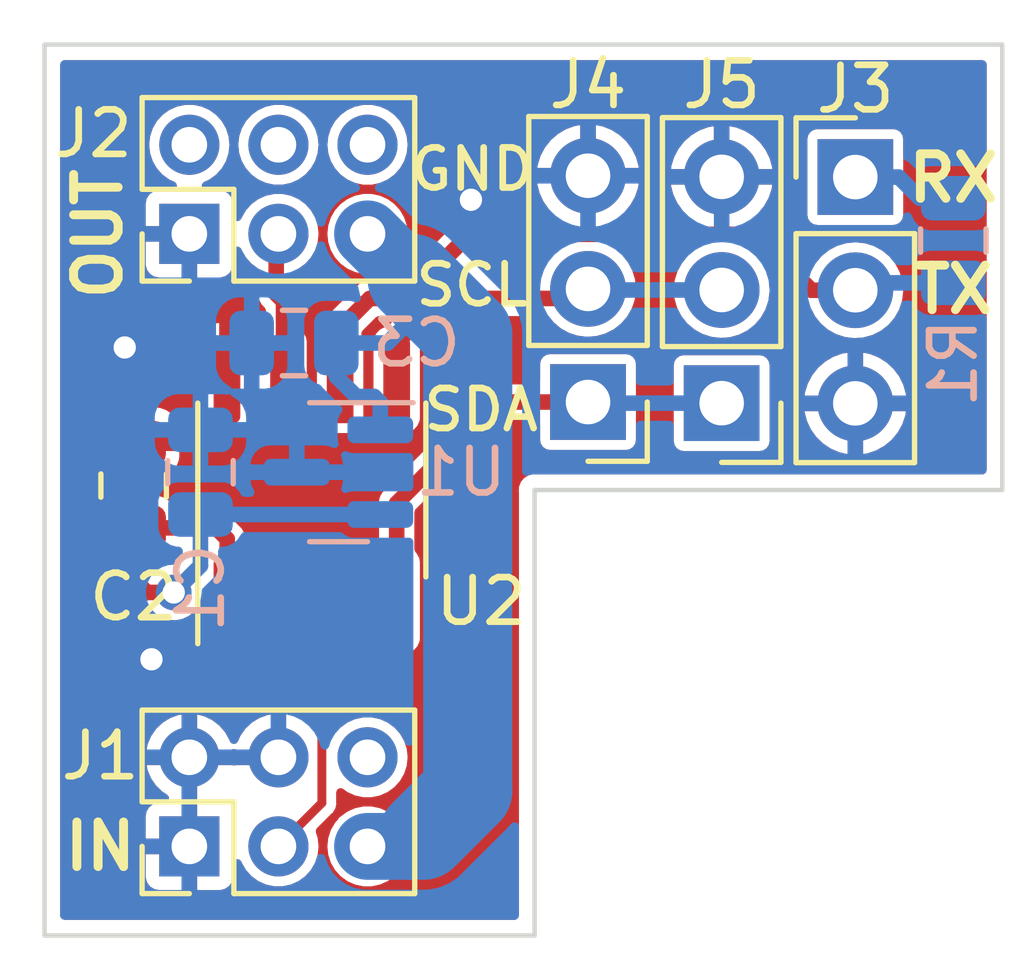
<source format=kicad_pcb>
(kicad_pcb (version 20210126) (generator pcbnew)
  (layers (0 "F.Cu" signal) (31 "B.Cu" signal) (36 "B.SilkS" user "B.Silkscreen") (37 "F.SilkS" user "F.Silkscreen") (38 "B.Mask" user) (39 "F.Mask" user) (44 "Edge.Cuts" user))
  (net 0 "")
  (net 1 "GND")
  (net 2 "Net-(C1-Pad1)")
  (net 3 "/PWM_IN")
  (net 5 "+12V")
  (net 8 "/PWM_OUT")
  (net 10 "Net-(J3-Pad2)")
  (net 11 "Net-(J3-Pad1)")
  (net 12 "/SCL")
  (net 13 "/SDA")
  (footprint "Connector_PinHeader_2.54mm:PinHeader_1x03_P2.54mm_Vertical" (layer "F.Cu") (at 138.2 92.975)
    (fp_text reference "J3" (at 0 -1.975) (layer "F.SilkS"))
    (fp_text value "Program Pins" hide)
    (fp_line (start 1.33 1.27) (end 1.33 6.41) (layer "F.SilkS") (width 0.12))
    (fp_line (start -1.33 1.27) (end -1.33 6.41) (layer "F.SilkS") (width 0.12))
    (fp_line (start -1.33 -1.33) (end 0 -1.33) (layer "F.SilkS") (width 0.12))
    (fp_line (start -1.33 1.27) (end 1.33 1.27) (layer "F.SilkS") (width 0.12))
    (fp_line (start -1.33 6.41) (end 1.33 6.41) (layer "F.SilkS") (width 0.12))
    (fp_line (start -1.33 0) (end -1.33 -1.33) (layer "F.SilkS") (width 0.12))
    (pad "1" thru_hole rect (at 0 0) (size 1.7 1.7) (drill 1) (layers *.Cu *.Mask) (net 11 "Net-(J3-Pad1)"))
    (pad "2" thru_hole oval (at 0 2.54) (size 1.7 1.7) (drill 1) (layers *.Cu *.Mask) (net 10 "Net-(J3-Pad2)"))
    (pad "3" thru_hole oval (at 0 5.08) (size 1.7 1.7) (drill 1) (layers *.Cu *.Mask) (net 1 "GND"))
  )
  (footprint "Connector_PinHeader_2.54mm:PinHeader_1x03_P2.54mm_Vertical" (layer "F.Cu") (at 135.2 98.05 180)
    (fp_text reference "J5" (at 0 7.15) (layer "F.SilkS"))
    (fp_text value "I2C" hide)
    (fp_line (start 1.33 1.27) (end 1.33 6.41) (layer "F.SilkS") (width 0.12))
    (fp_line (start -1.33 1.27) (end 1.33 1.27) (layer "F.SilkS") (width 0.12))
    (fp_line (start -1.33 1.27) (end -1.33 6.41) (layer "F.SilkS") (width 0.12))
    (fp_line (start -1.33 0) (end -1.33 -1.33) (layer "F.SilkS") (width 0.12))
    (fp_line (start -1.33 6.41) (end 1.33 6.41) (layer "F.SilkS") (width 0.12))
    (fp_line (start -1.33 -1.33) (end 0 -1.33) (layer "F.SilkS") (width 0.12))
    (pad "1" thru_hole rect (at 0 0 180) (size 1.7 1.7) (drill 1) (layers *.Cu *.Mask) (net 13 "/SDA"))
    (pad "2" thru_hole oval (at 0 2.54 180) (size 1.7 1.7) (drill 1) (layers *.Cu *.Mask) (net 12 "/SCL"))
    (pad "3" thru_hole oval (at 0 5.08 180) (size 1.7 1.7) (drill 1) (layers *.Cu *.Mask) (net 1 "GND"))
  )
  (footprint "Connector_PinHeader_2.00mm:PinHeader_2x03_P2.00mm_Vertical" (layer "F.Cu") (at 123.25 94.25 90)
    (fp_text reference "J2" (at 2.25 -2.15 180) (layer "F.SilkS"))
    (fp_text value "Out" hide)
    (fp_line (start 3.06 -1.06) (end 3.06 5.06) (layer "F.SilkS") (width 0.12))
    (fp_line (start 1 1) (end 1 -1.06) (layer "F.SilkS") (width 0.12))
    (fp_line (start 1 -1.06) (end 3.06 -1.06) (layer "F.SilkS") (width 0.12))
    (fp_line (start -1.06 1) (end -1.06 5.06) (layer "F.SilkS") (width 0.12))
    (fp_line (start -1.06 5.06) (end 3.06 5.06) (layer "F.SilkS") (width 0.12))
    (fp_line (start -1.06 0) (end -1.06 -1.06) (layer "F.SilkS") (width 0.12))
    (fp_line (start -1.06 1) (end 1 1) (layer "F.SilkS") (width 0.12))
    (fp_line (start -1.06 -1.06) (end 0 -1.06) (layer "F.SilkS") (width 0.12))
    (pad "1" thru_hole rect (at 0 0 90) (size 1.35 1.35) (drill 0.8) (layers *.Cu *.Mask) (net 1 "GND"))
    (pad "2" thru_hole oval (at 2 0 90) (size 1.35 1.35) (drill 0.8) (layers *.Cu *.Mask))
    (pad "3" thru_hole oval (at 0 2 90) (size 1.35 1.35) (drill 0.8) (layers *.Cu *.Mask) (net 8 "/PWM_OUT"))
    (pad "4" thru_hole oval (at 2 2 90) (size 1.35 1.35) (drill 0.8) (layers *.Cu *.Mask))
    (pad "5" thru_hole oval (at 0 4 90) (size 1.35 1.35) (drill 0.8) (layers *.Cu *.Mask) (net 5 "+12V"))
    (pad "6" thru_hole oval (at 2 4 90) (size 1.35 1.35) (drill 0.8) (layers *.Cu *.Mask))
  )
  (footprint "Connector_PinHeader_2.00mm:PinHeader_2x03_P2.00mm_Vertical" (layer "F.Cu") (at 123.25 108 90)
    (fp_text reference "J1" (at 2.03 -2 180) (layer "F.SilkS"))
    (fp_text value "In" hide)
    (fp_line (start -1.06 5.06) (end 3.06 5.06) (layer "F.SilkS") (width 0.12))
    (fp_line (start 3.06 -1.06) (end 3.06 5.06) (layer "F.SilkS") (width 0.12))
    (fp_line (start -1.06 1) (end -1.06 5.06) (layer "F.SilkS") (width 0.12))
    (fp_line (start 1 1) (end 1 -1.06) (layer "F.SilkS") (width 0.12))
    (fp_line (start 1 -1.06) (end 3.06 -1.06) (layer "F.SilkS") (width 0.12))
    (fp_line (start -1.06 1) (end 1 1) (layer "F.SilkS") (width 0.12))
    (fp_line (start -1.06 0) (end -1.06 -1.06) (layer "F.SilkS") (width 0.12))
    (fp_line (start -1.06 -1.06) (end 0 -1.06) (layer "F.SilkS") (width 0.12))
    (pad "1" thru_hole rect (at 0 0 90) (size 1.35 1.35) (drill 0.8) (layers *.Cu *.Mask) (net 1 "GND"))
    (pad "2" thru_hole oval (at 2 0 90) (size 1.35 1.35) (drill 0.8) (layers *.Cu *.Mask) (net 1 "GND"))
    (pad "3" thru_hole oval (at 0 2 90) (size 1.35 1.35) (drill 0.8) (layers *.Cu *.Mask) (net 3 "/PWM_IN"))
    (pad "4" thru_hole oval (at 2 2 90) (size 1.35 1.35) (drill 0.8) (layers *.Cu *.Mask) (net 1 "GND"))
    (pad "5" thru_hole oval (at 0 4 90) (size 1.35 1.35) (drill 0.8) (layers *.Cu *.Mask) (net 5 "+12V"))
    (pad "6" thru_hole oval (at 2 4 90) (size 1.35 1.35) (drill 0.8) (layers *.Cu *.Mask))
  )
  (footprint "Connector_PinHeader_2.54mm:PinHeader_1x03_P2.54mm_Vertical" (layer "F.Cu") (at 132.2 98.025 180)
    (fp_text reference "J4" (at 0 7.125) (layer "F.SilkS"))
    (fp_text value "I2C" hide)
    (fp_line (start -1.33 0) (end -1.33 -1.33) (layer "F.SilkS") (width 0.12))
    (fp_line (start -1.33 -1.33) (end 0 -1.33) (layer "F.SilkS") (width 0.12))
    (fp_line (start -1.33 6.41) (end 1.33 6.41) (layer "F.SilkS") (width 0.12))
    (fp_line (start 1.33 1.27) (end 1.33 6.41) (layer "F.SilkS") (width 0.12))
    (fp_line (start -1.33 1.27) (end -1.33 6.41) (layer "F.SilkS") (width 0.12))
    (fp_line (start -1.33 1.27) (end 1.33 1.27) (layer "F.SilkS") (width 0.12))
    (pad "1" thru_hole rect (at 0 0 180) (size 1.7 1.7) (drill 1) (layers *.Cu *.Mask) (net 13 "/SDA"))
    (pad "2" thru_hole oval (at 0 2.54 180) (size 1.7 1.7) (drill 1) (layers *.Cu *.Mask) (net 12 "/SCL"))
    (pad "3" thru_hole oval (at 0 5.08 180) (size 1.7 1.7) (drill 1) (layers *.Cu *.Mask) (net 1 "GND"))
  )
  (footprint "Capacitor_SMD:C_0805_2012Metric" (layer "F.Cu") (at 122 99.9 -90)
    (fp_text reference "C2" (at 2.5 0 -180) (layer "F.SilkS"))
    (fp_text value "100nF" hide)
    (fp_line (start -0.261252 0.735) (end 0.261252 0.735) (layer "F.SilkS") (width 0.12))
    (fp_line (start -0.261252 -0.735) (end 0.261252 -0.735) (layer "F.SilkS") (width 0.12))
    (pad "1" smd roundrect (at -0.95 0 270) (size 1 1.45) (layers "F.Cu" "F.Paste" "F.Mask") (net 1 "GND"))
    (pad "2" smd roundrect (at 0.95 0 270) (size 1 1.45) (layers "F.Cu" "F.Paste" "F.Mask") (net 2 "Net-(C1-Pad1)"))
  )
  (footprint "Package_SO:SOIC-8_3.9x4.9mm_P1.27mm" (layer "F.Cu") (at 126 100 90)
    (fp_text reference "U2" (at -2.5 3.8 180) (layer "F.SilkS"))
    (fp_text value "ATtiny402-SS" hide)
    (fp_line (start 0 2.56) (end 1.95 2.56) (layer "F.SilkS") (width 0.12))
    (fp_line (start 0 -2.56) (end 1.95 -2.56) (layer "F.SilkS") (width 0.12))
    (fp_line (start 0 2.56) (end -1.95 2.56) (layer "F.SilkS") (width 0.12))
    (fp_line (start 0 -2.56) (end -3.45 -2.56) (layer "F.SilkS") (width 0.12))
    (pad "1" smd roundrect (at -2.475 -1.905 90) (size 1.95 0.6) (layers "F.Cu" "F.Paste" "F.Mask") (net 2 "Net-(C1-Pad1)"))
    (pad "2" smd roundrect (at -2.475 -0.635 90) (size 1.95 0.6) (layers "F.Cu" "F.Paste" "F.Mask") (net 3 "/PWM_IN"))
    (pad "3" smd roundrect (at -2.475 0.635 90) (size 1.95 0.6) (layers "F.Cu" "F.Paste" "F.Mask"))
    (pad "4" smd roundrect (at -2.475 1.905 90) (size 1.95 0.6) (layers "F.Cu" "F.Paste" "F.Mask") (net 13 "/SDA"))
    (pad "5" smd roundrect (at 2.475 1.905 90) (size 1.95 0.6) (layers "F.Cu" "F.Paste" "F.Mask") (net 12 "/SCL"))
    (pad "6" smd roundrect (at 2.475 0.635 90) (size 1.95 0.6) (layers "F.Cu" "F.Paste" "F.Mask") (net 10 "Net-(J3-Pad2)"))
    (pad "7" smd roundrect (at 2.475 -0.635 90) (size 1.95 0.6) (layers "F.Cu" "F.Paste" "F.Mask") (net 8 "/PWM_OUT"))
    (pad "8" smd roundrect (at 2.475 -1.905 90) (size 1.95 0.6) (layers "F.Cu" "F.Paste" "F.Mask") (net 1 "GND"))
  )
  (footprint "Package_TO_SOT_SMD:SOT-23" (layer "B.Cu") (at 126.6 99.6 180)
    (fp_text reference "U1" (at -2.75 0 180) (layer "B.SilkS") (effects (justify mirror)))
    (fp_text value "AP7384-33SA" hide)
    (fp_line (start 0 1.56) (end 0.65 1.56) (layer "B.SilkS") (width 0.12))
    (fp_line (start 0 -1.56) (end 0.65 -1.56) (layer "B.SilkS") (width 0.12))
    (fp_line (start 0 -1.56) (end -0.65 -1.56) (layer "B.SilkS") (width 0.12))
    (fp_line (start 0 1.56) (end -1.675 1.56) (layer "B.SilkS") (width 0.12))
    (pad "1" smd roundrect (at -0.9375 0.95 180) (size 1.475 0.6) (layers "B.Cu" "B.Paste" "B.Mask") (net 5 "+12V"))
    (pad "2" smd roundrect (at -0.9375 -0.95 180) (size 1.475 0.6) (layers "B.Cu" "B.Paste" "B.Mask") (net 2 "Net-(C1-Pad1)"))
    (pad "3" smd roundrect (at 0.9375 0 180) (size 1.475 0.6) (layers "B.Cu" "B.Paste" "B.Mask") (net 1 "GND"))
  )
  (footprint "Capacitor_SMD:C_0805_2012Metric" (layer "B.Cu") (at 123.5 99.6 90)
    (fp_text reference "C1" (at -2.6 0 270) (layer "B.SilkS") (effects (justify mirror)))
    (fp_text value "1µF" hide)
    (fp_line (start -0.261252 -0.735) (end 0.261252 -0.735) (layer "B.SilkS") (width 0.12))
    (fp_line (start -0.261252 0.735) (end 0.261252 0.735) (layer "B.SilkS") (width 0.12))
    (pad "1" smd roundrect (at -0.95 0 90) (size 1 1.45) (layers "B.Cu" "B.Paste" "B.Mask") (net 2 "Net-(C1-Pad1)"))
    (pad "2" smd roundrect (at 0.95 0 90) (size 1 1.45) (layers "B.Cu" "B.Paste" "B.Mask") (net 1 "GND"))
  )
  (footprint "Capacitor_SMD:C_0805_2012Metric" (layer "B.Cu") (at 125.6 96.7 180)
    (fp_text reference "C3" (at -2.75 0) (layer "B.SilkS") (effects (justify mirror)))
    (fp_text value "1µF" hide)
    (fp_line (start -0.261252 0.735) (end 0.261252 0.735) (layer "B.SilkS") (width 0.12))
    (fp_line (start -0.261252 -0.735) (end 0.261252 -0.735) (layer "B.SilkS") (width 0.12))
    (pad "1" smd roundrect (at -0.95 0 180) (size 1 1.45) (layers "B.Cu" "B.Paste" "B.Mask") (net 5 "+12V"))
    (pad "2" smd roundrect (at 0.95 0 180) (size 1 1.45) (layers "B.Cu" "B.Paste" "B.Mask") (net 1 "GND"))
  )
  (footprint "Capacitor_SMD:C_0805_2012Metric" (layer "B.Cu") (at 140.4 94.4 -90)
    (fp_text reference "R1" (at 2.75 0 -90) (layer "B.SilkS") (effects (justify mirror)))
    (fp_text value "4K7" hide)
    (fp_line (start -0.261252 -0.735) (end 0.261252 -0.735) (layer "B.SilkS") (width 0.12))
    (fp_line (start -0.261252 0.735) (end 0.261252 0.735) (layer "B.SilkS") (width 0.12))
    (pad "1" smd roundrect (at -0.95 0 270) (size 1 1.45) (layers "B.Cu" "B.Paste" "B.Mask") (net 11 "Net-(J3-Pad1)"))
    (pad "2" smd roundrect (at 0.95 0 270) (size 1 1.45) (layers "B.Cu" "B.Paste" "B.Mask") (net 10 "Net-(J3-Pad2)"))
  )
  (gr_line (start 120 90) (end 141.5 90) (layer "Edge.Cuts") (width 0.1))
  (gr_line (start 131 100) (end 141.5 100) (layer "Edge.Cuts") (width 0.1))
  (gr_line (start 120 110) (end 120 90) (layer "Edge.Cuts") (width 0.1))
  (gr_line (start 141.5 90) (end 141.5 100) (layer "Edge.Cuts") (width 0.1))
  (gr_line (start 131 110) (end 131 100) (layer "Edge.Cuts") (width 0.1))
  (gr_line (start 120 110) (end 131 110) (layer "Edge.Cuts") (width 0.1))
  (gr_text "SDA" (at 129.8 98.2) (layer "F.SilkS") (effects (font (size 0.9 0.9))))
  (gr_text "SCL" (at 129.6 95.4) (layer "F.SilkS") (effects (font (size 0.9 0.9))))
  (gr_text "RX" (at 140.4 93) (layer "F.SilkS") (effects (font (size 1 1) (thickness 0.2))))
  (gr_text "TX" (at 140.4 95.5) (layer "F.SilkS") (effects (font (size 1 1) (thickness 0.2))))
  (gr_text "IN" (at 121.25 108) (layer "F.SilkS") (effects (font (size 1 1) (thickness 0.2))))
  (gr_text "GND" (at 129.6 92.8) (layer "F.SilkS") (effects (font (size 0.9 0.9))))
  (gr_text "OUT" (at 121.2 94.25 90) (layer "F.SilkS") (effects (font (size 1 1) (thickness 0.2))))
  (via (at 121.8 96.8) (size 0.8) (drill 0.5) (layers "F.Cu" "B.Cu") (net 1))
  (via (at 122.4 103.8) (size 0.8) (drill 0.5) (layers "F.Cu" "B.Cu") (net 1))
  (via (at 129.571258 93.484979) (size 0.8) (drill 0.5) (layers "F.Cu" "B.Cu") (net 1))
  (segment (start 122 102) (end 122 100.85) (width 0.35) (layer "F.Cu") (net 2))
  (segment (start 122.3 102.3) (end 122 102) (width 0.35) (layer "F.Cu") (net 2))
  (segment (start 124.1 101.1) (end 124.1 102.47) (width 0.35) (layer "F.Cu") (net 2))
  (segment (start 122.9 102.3) (end 122.3 102.3) (width 0.35) (layer "F.Cu") (net 2))
  (segment (start 122 100.85) (end 123.85 100.85) (width 0.35) (layer "F.Cu") (net 2))
  (segment (start 124.1 102.47) (end 124.095 102.475) (width 0.35) (layer "F.Cu") (net 2))
  (segment (start 123.85 100.85) (end 124.1 101.1) (width 0.35) (layer "F.Cu") (net 2))
  (via (at 122.9 102.3) (size 0.8) (drill 0.5) (layers "F.Cu" "B.Cu") (net 2))
  (segment (start 123.5 100.55) (end 123.5 101.7) (width 0.35) (layer "B.Cu") (net 2))
  (segment (start 127.5375 100.55) (end 123.5 100.55) (width 0.35) (layer "B.Cu") (net 2))
  (segment (start 123.5 101.7) (end 122.9 102.3) (width 0.35) (layer "B.Cu") (net 2))
  (segment (start 125.365 102.475) (end 125.365 104.565) (width 0.2) (layer "F.Cu") (net 3))
  (segment (start 125.365 104.565) (end 126.225011 105.425011) (width 0.2) (layer "F.Cu") (net 3))
  (segment (start 126.225011 105.425011) (end 126.225011 107.024989) (width 0.2) (layer "F.Cu") (net 3))
  (segment (start 126.225011 107.024989) (end 125.25 108) (width 0.2) (layer "F.Cu") (net 3))
  (segment (start 126.55 96.7) (end 127.7 96.7) (width 0.35) (layer "B.Cu") (net 5))
  (segment (start 128.25 96.15) (end 128.25 95.25) (width 0.35) (layer "B.Cu") (net 5))
  (segment (start 129.5 96.5) (end 128.25 95.25) (width 2) (layer "B.Cu") (net 5))
  (segment (start 128.25 95.25) (end 127.25 94.25) (width 1.5) (layer "B.Cu") (net 5))
  (segment (start 128.25 108) (end 127.25 108) (width 1.5) (layer "B.Cu") (net 5))
  (segment (start 126.55 96.7) (end 126.55 97.45) (width 0.35) (layer "B.Cu") (net 5))
  (segment (start 127.4 97.9) (end 127.5375 98.0375) (width 0.35) (layer "B.Cu") (net 5))
  (segment (start 128.5 107.75) (end 129.5 106.75) (width 2) (layer "B.Cu") (net 5))
  (segment (start 126.55 97.45) (end 127 97.9) (width 0.35) (layer "B.Cu") (net 5))
  (segment (start 127 97.9) (end 127.4 97.9) (width 0.35) (layer "B.Cu") (net 5))
  (segment (start 127.5375 98.0375) (end 127.5375 98.65) (width 0.35) (layer "B.Cu") (net 5))
  (segment (start 127.7 96.7) (end 128.25 96.15) (width 0.35) (layer "B.Cu") (net 5))
  (segment (start 128.5 107.75) (end 128.25 108) (width 1.5) (layer "B.Cu") (net 5))
  (segment (start 129.5 106.75) (end 129.5 96.5) (width 2) (layer "B.Cu") (net 5))
  (segment (start 125.2 95.6) (end 125.2 94.3) (width 0.35) (layer "F.Cu") (net 8))
  (segment (start 125.365 97.525) (end 125.365 95.765) (width 0.35) (layer "F.Cu") (net 8))
  (segment (start 125.365 95.765) (end 125.2 95.6) (width 0.35) (layer "F.Cu") (net 8))
  (segment (start 125.2 94.3) (end 125.25 94.25) (width 0.35) (layer "F.Cu") (net 8))
  (segment (start 129.540011 94.259989) (end 128.1 95.7) (width 0.35) (layer "F.Cu") (net 10))
  (segment (start 126.635 96.365) (end 126.635 97.525) (width 0.35) (layer "F.Cu") (net 10))
  (segment (start 138.2 95.515) (end 137.215 95.515) (width 0.35) (layer "F.Cu") (net 10))
  (segment (start 137.215 95.515) (end 135.959989 94.259989) (width 0.35) (layer "F.Cu") (net 10))
  (segment (start 127.3 95.7) (end 126.635 96.365) (width 0.35) (layer "F.Cu") (net 10))
  (segment (start 135.959989 94.259989) (end 129.540011 94.259989) (width 0.35) (layer "F.Cu") (net 10))
  (segment (start 128.1 95.7) (end 127.3 95.7) (width 0.35) (layer "F.Cu") (net 10))
  (segment (start 138.365 95.35) (end 138.2 95.515) (width 0.35) (layer "B.Cu") (net 10))
  (segment (start 140.4 95.35) (end 138.365 95.35) (width 0.35) (layer "B.Cu") (net 10))
  (segment (start 139.175 92.975) (end 138.2 92.975) (width 0.35) (layer "B.Cu") (net 11))
  (segment (start 140.4 93.45) (end 139.65 93.45) (width 0.35) (layer "B.Cu") (net 11))
  (segment (start 139.65 93.45) (end 139.175 92.975) (width 0.35) (layer "B.Cu") (net 11))
  (segment (start 131.985 95.7) (end 132.2 95.485) (width 0.35) (layer "F.Cu") (net 12))
  (segment (start 128.9 95.7) (end 131.985 95.7) (width 0.35) (layer "F.Cu") (net 12))
  (segment (start 127.905 96.695) (end 128.9 95.7) (width 0.35) (layer "F.Cu") (net 12))
  (segment (start 127.905 97.525) (end 127.905 96.695) (width 0.35) (layer "F.Cu") (net 12))
  (segment (start 135.2 95.51) (end 132.225 95.51) (width 0.35) (layer "B.Cu") (net 12))
  (segment (start 132.225 95.51) (end 132.2 95.485) (width 0.35) (layer "B.Cu") (net 12))
  (segment (start 130.175 98.025) (end 127.905 100.295) (width 0.35) (layer "F.Cu") (net 13))
  (segment (start 132.2 98.025) (end 130.175 98.025) (width 0.35) (layer "F.Cu") (net 13))
  (segment (start 127.905 100.295) (end 127.905 102.475) (width 0.35) (layer "F.Cu") (net 13))
  (segment (start 135.2 98.05) (end 132.225 98.05) (width 0.35) (layer "B.Cu") (net 13))
  (segment (start 132.225 98.05) (end 132.2 98.025) (width 0.35) (layer "B.Cu") (net 13))
  (zone (net 1) (net_name "GND") (layers F&B.Cu) (name "GND_FILL") (connect_pads (clearance 0.22)) (min_thickness 0.2) (fill yes (thermal_gap 0.3) (thermal_bridge_width 0.35))
    (polygon (pts (xy 142 111) (xy 119 111) (xy 119 89) (xy 142 89)))
  )
)
</source>
